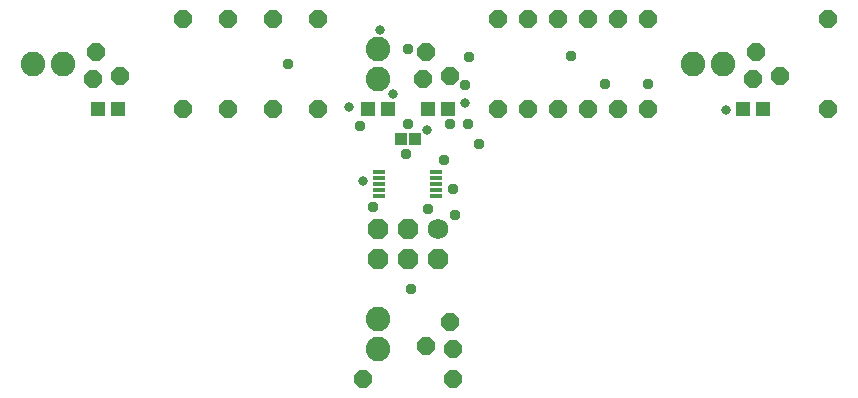
<source format=gts>
G75*
%MOIN*%
%OFA0B0*%
%FSLAX25Y25*%
%IPPOS*%
%LPD*%
%AMOC8*
5,1,8,0,0,1.08239X$1,22.5*
%
%ADD10R,0.05131X0.04737*%
%ADD11OC8,0.06000*%
%ADD12C,0.06800*%
%ADD13OC8,0.06800*%
%ADD14C,0.08200*%
%ADD15R,0.04331X0.01575*%
%ADD16R,0.04146X0.04343*%
%ADD17C,0.03778*%
%ADD18C,0.03187*%
D10*
X0078654Y0137000D03*
X0085346Y0137000D03*
X0168654Y0137000D03*
X0175346Y0137000D03*
X0188654Y0137000D03*
X0195346Y0137000D03*
X0293654Y0137000D03*
X0300346Y0137000D03*
D11*
X0167000Y0047000D03*
X0188000Y0058000D03*
X0197000Y0057000D03*
X0196000Y0066000D03*
X0197000Y0047000D03*
X0212000Y0137000D03*
X0222000Y0137000D03*
X0232000Y0137000D03*
X0242000Y0137000D03*
X0252000Y0137000D03*
X0262000Y0137000D03*
X0297000Y0147000D03*
X0306000Y0148000D03*
X0298000Y0156000D03*
X0322000Y0167000D03*
X0322000Y0137000D03*
X0262000Y0167000D03*
X0252000Y0167000D03*
X0242000Y0167000D03*
X0232000Y0167000D03*
X0222000Y0167000D03*
X0212000Y0167000D03*
X0188000Y0156000D03*
X0196000Y0148000D03*
X0187000Y0147000D03*
X0152000Y0137000D03*
X0137000Y0137000D03*
X0122000Y0137000D03*
X0107000Y0137000D03*
X0086000Y0148000D03*
X0077000Y0147000D03*
X0078000Y0156000D03*
X0107000Y0167000D03*
X0122000Y0167000D03*
X0137000Y0167000D03*
X0152000Y0167000D03*
D12*
X0192000Y0097000D03*
D13*
X0182000Y0097000D03*
X0172000Y0097000D03*
X0172000Y0087000D03*
X0182000Y0087000D03*
X0192000Y0087000D03*
D14*
X0172000Y0067000D03*
X0172000Y0057000D03*
X0172000Y0147000D03*
X0172000Y0157000D03*
X0067000Y0152000D03*
X0057000Y0152000D03*
X0277000Y0152000D03*
X0287000Y0152000D03*
D15*
X0191449Y0115937D03*
X0191449Y0113969D03*
X0191449Y0112000D03*
X0191449Y0110031D03*
X0191449Y0108063D03*
X0172551Y0108063D03*
X0172551Y0110031D03*
X0172551Y0112000D03*
X0172551Y0113969D03*
X0172551Y0115937D03*
D16*
X0179717Y0127000D03*
X0184283Y0127000D03*
D17*
X0182000Y0132000D03*
X0196178Y0132000D03*
X0202000Y0132000D03*
X0205833Y0125362D03*
X0194119Y0119892D03*
X0181552Y0122021D03*
X0166100Y0131400D03*
X0201047Y0145015D03*
X0202500Y0154200D03*
X0182000Y0157000D03*
X0142000Y0152000D03*
X0197108Y0110100D03*
X0188700Y0103500D03*
X0197797Y0101515D03*
X0170400Y0104300D03*
X0183000Y0077000D03*
X0247800Y0145400D03*
X0262200Y0145400D03*
X0236500Y0154611D03*
D18*
X0201100Y0139000D03*
X0188500Y0130000D03*
X0177000Y0142000D03*
X0162400Y0137500D03*
X0167100Y0112900D03*
X0172800Y0163300D03*
X0288000Y0136700D03*
M02*

</source>
